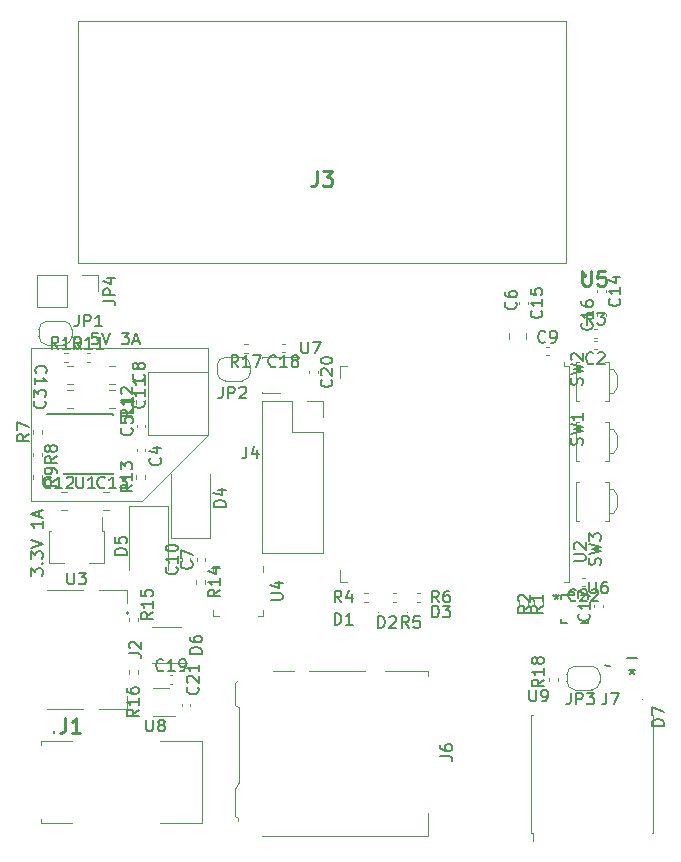
<source format=gbr>
%TF.GenerationSoftware,KiCad,Pcbnew,5.1.9*%
%TF.CreationDate,2021-03-07T20:19:58+01:00*%
%TF.ProjectId,obd32,6f626433-322e-46b6-9963-61645f706362,rev?*%
%TF.SameCoordinates,Original*%
%TF.FileFunction,Legend,Top*%
%TF.FilePolarity,Positive*%
%FSLAX46Y46*%
G04 Gerber Fmt 4.6, Leading zero omitted, Abs format (unit mm)*
G04 Created by KiCad (PCBNEW 5.1.9) date 2021-03-07 20:19:58*
%MOMM*%
%LPD*%
G01*
G04 APERTURE LIST*
%ADD10C,0.150000*%
%ADD11C,0.120000*%
%ADD12C,0.152400*%
%ADD13C,0.100000*%
%ADD14C,0.200000*%
%ADD15C,0.254000*%
G04 APERTURE END LIST*
D10*
X197064380Y-88359904D02*
X197064380Y-87740857D01*
X197445333Y-88074190D01*
X197445333Y-87931333D01*
X197492952Y-87836095D01*
X197540571Y-87788476D01*
X197635809Y-87740857D01*
X197873904Y-87740857D01*
X197969142Y-87788476D01*
X198016761Y-87836095D01*
X198064380Y-87931333D01*
X198064380Y-88217047D01*
X198016761Y-88312285D01*
X197969142Y-88359904D01*
X197969142Y-87312285D02*
X198016761Y-87264666D01*
X198064380Y-87312285D01*
X198016761Y-87359904D01*
X197969142Y-87312285D01*
X198064380Y-87312285D01*
X197064380Y-86931333D02*
X197064380Y-86312285D01*
X197445333Y-86645619D01*
X197445333Y-86502761D01*
X197492952Y-86407523D01*
X197540571Y-86359904D01*
X197635809Y-86312285D01*
X197873904Y-86312285D01*
X197969142Y-86359904D01*
X198016761Y-86407523D01*
X198064380Y-86502761D01*
X198064380Y-86788476D01*
X198016761Y-86883714D01*
X197969142Y-86931333D01*
X197064380Y-86026571D02*
X198064380Y-85693238D01*
X197064380Y-85359904D01*
X198064380Y-83740857D02*
X198064380Y-84312285D01*
X198064380Y-84026571D02*
X197064380Y-84026571D01*
X197207238Y-84121809D01*
X197302476Y-84217047D01*
X197350095Y-84312285D01*
X197778666Y-83359904D02*
X197778666Y-82883714D01*
X198064380Y-83455142D02*
X197064380Y-83121809D01*
X198064380Y-82788476D01*
D11*
X206502000Y-82042000D02*
X212090000Y-76454000D01*
X212090000Y-69088000D02*
X212090000Y-76454000D01*
D10*
X202739809Y-67778380D02*
X202263619Y-67778380D01*
X202216000Y-68254571D01*
X202263619Y-68206952D01*
X202358857Y-68159333D01*
X202596952Y-68159333D01*
X202692190Y-68206952D01*
X202739809Y-68254571D01*
X202787428Y-68349809D01*
X202787428Y-68587904D01*
X202739809Y-68683142D01*
X202692190Y-68730761D01*
X202596952Y-68778380D01*
X202358857Y-68778380D01*
X202263619Y-68730761D01*
X202216000Y-68683142D01*
X203073142Y-67778380D02*
X203406476Y-68778380D01*
X203739809Y-67778380D01*
X204739809Y-67778380D02*
X205358857Y-67778380D01*
X205025523Y-68159333D01*
X205168380Y-68159333D01*
X205263619Y-68206952D01*
X205311238Y-68254571D01*
X205358857Y-68349809D01*
X205358857Y-68587904D01*
X205311238Y-68683142D01*
X205263619Y-68730761D01*
X205168380Y-68778380D01*
X204882666Y-68778380D01*
X204787428Y-68730761D01*
X204739809Y-68683142D01*
X205739809Y-68492666D02*
X206216000Y-68492666D01*
X205644571Y-68778380D02*
X205977904Y-67778380D01*
X206311238Y-68778380D01*
D11*
X197104000Y-69088000D02*
X197104000Y-82042000D01*
X212090000Y-69088000D02*
X197104000Y-69088000D01*
X197104000Y-82042000D02*
X206502000Y-82042000D01*
%TO.C,J2*%
X205236000Y-99615000D02*
X202838500Y-99615000D01*
X201488500Y-99615000D02*
X198438500Y-99615000D01*
X205236000Y-89615000D02*
X202838500Y-89615000D01*
X201488500Y-89615000D02*
X198438500Y-89615000D01*
X205347803Y-91515000D02*
G75*
G03*
X205347803Y-91515000I-111803J0D01*
G01*
X205236000Y-89615000D02*
X205236000Y-90715000D01*
X205236000Y-98515000D02*
X205236000Y-99615000D01*
%TO.C,R13*%
X206755000Y-80163641D02*
X206755000Y-79856359D01*
X205995000Y-80163641D02*
X205995000Y-79856359D01*
%TO.C,R18*%
X240920000Y-97001359D02*
X240920000Y-97308641D01*
X241680000Y-97001359D02*
X241680000Y-97308641D01*
%TO.C,R17*%
X215418641Y-68708000D02*
X215111359Y-68708000D01*
X215418641Y-69468000D02*
X215111359Y-69468000D01*
%TO.C,R16*%
X205360000Y-96366359D02*
X205360000Y-96673641D01*
X206120000Y-96366359D02*
X206120000Y-96673641D01*
%TO.C,R15*%
X205360000Y-91921359D02*
X205360000Y-92228641D01*
X206120000Y-91921359D02*
X206120000Y-92228641D01*
%TO.C,R14*%
X211075000Y-88746359D02*
X211075000Y-89053641D01*
X211835000Y-88746359D02*
X211835000Y-89053641D01*
%TO.C,R12*%
X206755000Y-73813641D02*
X206755000Y-73506359D01*
X205995000Y-73813641D02*
X205995000Y-73506359D01*
%TO.C,R11*%
X201776359Y-69470000D02*
X202083641Y-69470000D01*
X201776359Y-70230000D02*
X202083641Y-70230000D01*
%TO.C,R10*%
X199871359Y-69470000D02*
X200178641Y-69470000D01*
X199871359Y-70230000D02*
X200178641Y-70230000D01*
%TO.C,R9*%
X197232000Y-79856359D02*
X197232000Y-80163641D01*
X197992000Y-79856359D02*
X197992000Y-80163641D01*
%TO.C,R8*%
X197232000Y-77951359D02*
X197232000Y-78258641D01*
X197992000Y-77951359D02*
X197992000Y-78258641D01*
%TO.C,R7*%
X197992000Y-76353641D02*
X197992000Y-76046359D01*
X197232000Y-76353641D02*
X197232000Y-76046359D01*
%TO.C,R6*%
X230023641Y-89790000D02*
X229716359Y-89790000D01*
X230023641Y-90550000D02*
X229716359Y-90550000D01*
%TO.C,R5*%
X227991641Y-89790000D02*
X227684359Y-89790000D01*
X227991641Y-90550000D02*
X227684359Y-90550000D01*
%TO.C,R4*%
X225578641Y-89790000D02*
X225271359Y-89790000D01*
X225578641Y-90550000D02*
X225271359Y-90550000D01*
%TO.C,R3*%
X244702359Y-68198000D02*
X245009641Y-68198000D01*
X244702359Y-67438000D02*
X245009641Y-67438000D01*
%TO.C,R2*%
X240410000Y-90897641D02*
X240410000Y-90590359D01*
X239650000Y-90897641D02*
X239650000Y-90590359D01*
%TO.C,R1*%
X238380000Y-90590359D02*
X238380000Y-90897641D01*
X239140000Y-90590359D02*
X239140000Y-90897641D01*
%TO.C,C22*%
X243947836Y-88540000D02*
X243732164Y-88540000D01*
X243947836Y-89260000D02*
X243732164Y-89260000D01*
%TO.C,C21*%
X210545000Y-99421836D02*
X210545000Y-99206164D01*
X209825000Y-99421836D02*
X209825000Y-99206164D01*
%TO.C,C20*%
X220620000Y-71012164D02*
X220620000Y-71227836D01*
X221340000Y-71012164D02*
X221340000Y-71227836D01*
%TO.C,C19*%
X208807164Y-97515000D02*
X209022836Y-97515000D01*
X208807164Y-96795000D02*
X209022836Y-96795000D01*
%TO.C,C18*%
X218547836Y-68728000D02*
X218332164Y-68728000D01*
X218547836Y-69448000D02*
X218332164Y-69448000D01*
%TO.C,C17*%
X245470000Y-91039836D02*
X245470000Y-90824164D01*
X244750000Y-91039836D02*
X244750000Y-90824164D01*
%TO.C,C16*%
X245724000Y-66401836D02*
X245724000Y-66186164D01*
X245004000Y-66401836D02*
X245004000Y-66186164D01*
%TO.C,C15*%
X238400000Y-65170164D02*
X238400000Y-65385836D01*
X239120000Y-65170164D02*
X239120000Y-65385836D01*
%TO.C,C14*%
X245004000Y-64154164D02*
X245004000Y-64369836D01*
X245724000Y-64154164D02*
X245724000Y-64369836D01*
%TO.C,C10*%
X210545000Y-87102836D02*
X210545000Y-86887164D01*
X209825000Y-87102836D02*
X209825000Y-86887164D01*
%TO.C,C9*%
X240684164Y-69702000D02*
X240899836Y-69702000D01*
X240684164Y-68982000D02*
X240899836Y-68982000D01*
%TO.C,C7*%
X211815000Y-87102836D02*
X211815000Y-86887164D01*
X211095000Y-87102836D02*
X211095000Y-86887164D01*
%TO.C,C2*%
X244963836Y-68474000D02*
X244748164Y-68474000D01*
X244963836Y-69194000D02*
X244748164Y-69194000D01*
D12*
%TO.C,U6*%
X241922300Y-92341700D02*
X242486059Y-92341700D01*
X244233700Y-92341700D02*
X244233700Y-92027941D01*
X244233700Y-90030300D02*
X243669941Y-90030300D01*
X241922300Y-90030300D02*
X241922300Y-90344059D01*
X241922300Y-92027941D02*
X241922300Y-92341700D01*
X243669941Y-92341700D02*
X244233700Y-92341700D01*
X244233700Y-90344059D02*
X244233700Y-90030300D01*
X242486059Y-90030300D02*
X241922300Y-90030300D01*
X242637500Y-90030300D02*
X242637500Y-89776300D01*
X242637500Y-89776300D02*
X243018501Y-89776300D01*
X243018501Y-89776300D02*
X243018501Y-90030300D01*
X243018501Y-90030300D02*
X242637500Y-90030300D01*
D11*
%TO.C,JP4*%
X197552000Y-62932000D02*
X197552000Y-65592000D01*
X200152000Y-62932000D02*
X197552000Y-62932000D01*
X200152000Y-65592000D02*
X197552000Y-65592000D01*
X200152000Y-62932000D02*
X200152000Y-65592000D01*
X201422000Y-62932000D02*
X202752000Y-62932000D01*
X202752000Y-62932000D02*
X202752000Y-64262000D01*
D13*
%TO.C,J3*%
X242362000Y-61885000D02*
X201062000Y-61885000D01*
X201062000Y-61885000D02*
X201062000Y-41385000D01*
X201062000Y-41385000D02*
X242362000Y-41385000D01*
X242362000Y-41385000D02*
X242362000Y-61885000D01*
D11*
%TO.C,JP3*%
X243140000Y-96028000D02*
X244540000Y-96028000D01*
X245240000Y-96728000D02*
X245240000Y-97328000D01*
X244540000Y-98028000D02*
X243140000Y-98028000D01*
X242440000Y-97328000D02*
X242440000Y-96728000D01*
X242440000Y-96728000D02*
G75*
G02*
X243140000Y-96028000I700000J0D01*
G01*
X243140000Y-98028000D02*
G75*
G02*
X242440000Y-97328000I0J700000D01*
G01*
X245240000Y-97328000D02*
G75*
G02*
X244540000Y-98028000I-700000J0D01*
G01*
X244540000Y-96028000D02*
G75*
G02*
X245240000Y-96728000I0J-700000D01*
G01*
D12*
%TO.C,J7*%
X248374060Y-95351500D02*
X247540940Y-95351500D01*
X246102729Y-96057855D02*
G75*
G03*
X245671500Y-95932281I-431229J-677645D01*
G01*
D11*
%TO.C,U9*%
X239592000Y-110806000D02*
X239592000Y-110116000D01*
X239442000Y-110116000D02*
X239592000Y-110116000D01*
X239442000Y-100196000D02*
X239592000Y-100196000D01*
X249612000Y-110116000D02*
X249762000Y-110116000D01*
X249612000Y-100196000D02*
X249762000Y-100196000D01*
X249762000Y-110116000D02*
X249762000Y-100196000D01*
X239442000Y-110116000D02*
X239442000Y-100196000D01*
%TO.C,J6*%
X230643000Y-108453000D02*
X230643000Y-110373000D01*
X230643000Y-110373000D02*
X216633000Y-110373000D01*
X230643000Y-96853000D02*
X230643000Y-96403000D01*
X230643000Y-96403000D02*
X227033000Y-96403000D01*
X214373000Y-108693000D02*
X214373000Y-106383000D01*
X214373000Y-97433000D02*
X214373000Y-99293000D01*
X214373000Y-97433000D02*
X214573000Y-97233000D01*
X225333000Y-96403000D02*
X220633000Y-96403000D01*
X219333000Y-96403000D02*
X217533000Y-96403000D01*
X214723000Y-99503000D02*
X214723000Y-105873000D01*
X214723000Y-99503000D02*
X214573000Y-99503000D01*
X214373000Y-99293000D02*
X214573000Y-99503000D01*
X214373000Y-108693000D02*
X214573000Y-108893000D01*
X214573000Y-108893000D02*
X214573000Y-109153000D01*
X214373000Y-106383000D02*
X214723000Y-105873000D01*
D13*
%TO.C,D7*%
X248872000Y-98806000D02*
G75*
G03*
X248872000Y-98806000I-50000J0D01*
G01*
D11*
%TO.C,U3*%
X199864000Y-87258000D02*
X198554000Y-87258000D01*
X198554000Y-87258000D02*
X198554000Y-84538000D01*
X203044000Y-83398000D02*
X203044000Y-84538000D01*
X203274000Y-87258000D02*
X201964000Y-87258000D01*
X203274000Y-84538000D02*
X203274000Y-87258000D01*
X203274000Y-84538000D02*
X203044000Y-84538000D01*
X198554000Y-84538000D02*
X198784000Y-84538000D01*
%TO.C,JP2*%
X212834000Y-71166000D02*
X212834000Y-70566000D01*
X214934000Y-71866000D02*
X213534000Y-71866000D01*
X215634000Y-70566000D02*
X215634000Y-71166000D01*
X213534000Y-69866000D02*
X214934000Y-69866000D01*
X212834000Y-70566000D02*
G75*
G02*
X213534000Y-69866000I700000J0D01*
G01*
X213534000Y-71866000D02*
G75*
G02*
X212834000Y-71166000I0J700000D01*
G01*
X215634000Y-71166000D02*
G75*
G02*
X214934000Y-71866000I-700000J0D01*
G01*
X214934000Y-69866000D02*
G75*
G02*
X215634000Y-70566000I0J-700000D01*
G01*
%TO.C,U2*%
X223825000Y-70620000D02*
X223205000Y-70620000D01*
X223205000Y-70620000D02*
X223205000Y-71620000D01*
X223825000Y-88860000D02*
X223205000Y-88860000D01*
X223205000Y-88860000D02*
X223205000Y-87860000D01*
X242645000Y-70620000D02*
X242645000Y-88860000D01*
X242645000Y-88860000D02*
X242225000Y-88860000D01*
X242645000Y-70620000D02*
X242225000Y-70620000D01*
X242225000Y-70620000D02*
X242225000Y-70240000D01*
%TO.C,J4*%
X216602000Y-73600000D02*
X219202000Y-73600000D01*
X216602000Y-73600000D02*
X216602000Y-86420000D01*
X216602000Y-86420000D02*
X221802000Y-86420000D01*
X221802000Y-76200000D02*
X221802000Y-86420000D01*
X219202000Y-76200000D02*
X221802000Y-76200000D01*
X219202000Y-73600000D02*
X219202000Y-76200000D01*
X221802000Y-73600000D02*
X221802000Y-74930000D01*
X220472000Y-73600000D02*
X221802000Y-73600000D01*
D13*
%TO.C,D3*%
X231010000Y-91440000D02*
G75*
G03*
X231010000Y-91440000I-50000J0D01*
G01*
D11*
%TO.C,SW3*%
X246002000Y-83692000D02*
X245702000Y-83692000D01*
X246002000Y-80392000D02*
X246002000Y-83692000D01*
X245702000Y-80392000D02*
X246002000Y-80392000D01*
X243202000Y-83692000D02*
X243502000Y-83692000D01*
X243502000Y-80392000D02*
X243202000Y-80392000D01*
X243202000Y-80392000D02*
X243202000Y-83692000D01*
X246322000Y-83042000D02*
X246002000Y-83042000D01*
X246702000Y-82542000D02*
X246322000Y-83042000D01*
X246702000Y-81542000D02*
X246702000Y-82542000D01*
X246322000Y-81042000D02*
X246002000Y-81042000D01*
X246702000Y-81542000D02*
X246322000Y-81042000D01*
%TO.C,C6*%
X238987000Y-68333252D02*
X238987000Y-67810748D01*
X237517000Y-68333252D02*
X237517000Y-67810748D01*
D13*
%TO.C,J1*%
X197908000Y-109334000D02*
X197908000Y-108934000D01*
X197908000Y-108934000D02*
X197908000Y-108934000D01*
X197908000Y-108934000D02*
X197908000Y-109334000D01*
X197908000Y-109334000D02*
X197908000Y-109334000D01*
X197908000Y-109334000D02*
X197908000Y-109334000D01*
X197908000Y-109334000D02*
X200518000Y-109334000D01*
X200518000Y-109334000D02*
X200518000Y-109334000D01*
X200518000Y-109334000D02*
X197908000Y-109334000D01*
X197908000Y-102684000D02*
X197908000Y-102334000D01*
X197908000Y-102334000D02*
X197908000Y-102334000D01*
X197908000Y-102334000D02*
X197908000Y-102684000D01*
X197908000Y-102684000D02*
X197908000Y-102684000D01*
X197908000Y-102334000D02*
X197908000Y-102334000D01*
X197908000Y-102334000D02*
X200518000Y-102334000D01*
X200518000Y-102334000D02*
X200518000Y-102334000D01*
X200518000Y-102334000D02*
X197908000Y-102334000D01*
X208018000Y-102334000D02*
X208018000Y-102334000D01*
X208018000Y-102334000D02*
X211588000Y-102334000D01*
X211588000Y-102334000D02*
X211588000Y-102334000D01*
X211588000Y-102334000D02*
X208018000Y-102334000D01*
X208018000Y-109334000D02*
X208018000Y-109334000D01*
X208018000Y-109334000D02*
X211588000Y-109334000D01*
X211588000Y-109334000D02*
X211588000Y-109334000D01*
X211588000Y-109334000D02*
X208018000Y-109334000D01*
X211588000Y-109334000D02*
X211588000Y-102334000D01*
X211588000Y-102334000D02*
X211588000Y-102334000D01*
X211588000Y-102334000D02*
X211588000Y-109334000D01*
X211588000Y-109334000D02*
X211588000Y-109334000D01*
D14*
X199018000Y-101684000D02*
X199018000Y-101684000D01*
X199018000Y-101584000D02*
X199018000Y-101584000D01*
X199018000Y-101684000D02*
X199018000Y-101684000D01*
X199018000Y-101584000D02*
G75*
G02*
X199018000Y-101684000I0J-50000D01*
G01*
X199018000Y-101684000D02*
G75*
G02*
X199018000Y-101584000I0J50000D01*
G01*
X199018000Y-101584000D02*
G75*
G02*
X199018000Y-101684000I0J-50000D01*
G01*
D11*
%TO.C,JP1*%
X200536000Y-67518000D02*
X200536000Y-68118000D01*
X198436000Y-66818000D02*
X199836000Y-66818000D01*
X197736000Y-68118000D02*
X197736000Y-67518000D01*
X199836000Y-68818000D02*
X198436000Y-68818000D01*
X200536000Y-68118000D02*
G75*
G02*
X199836000Y-68818000I-700000J0D01*
G01*
X199836000Y-66818000D02*
G75*
G02*
X200536000Y-67518000I0J-700000D01*
G01*
X197736000Y-67518000D02*
G75*
G02*
X198436000Y-66818000I700000J0D01*
G01*
X198436000Y-68818000D02*
G75*
G02*
X197736000Y-68118000I0J700000D01*
G01*
%TO.C,D6*%
X209734000Y-92684000D02*
X207334000Y-92684000D01*
X207334000Y-95784000D02*
X210284000Y-95784000D01*
%TO.C,U4*%
X216740000Y-91297000D02*
X216740000Y-91772000D01*
X216740000Y-91772000D02*
X216265000Y-91772000D01*
X212520000Y-88027000D02*
X212520000Y-87552000D01*
X212520000Y-87552000D02*
X212995000Y-87552000D01*
X212520000Y-91297000D02*
X212520000Y-91772000D01*
X212520000Y-91772000D02*
X212995000Y-91772000D01*
X216740000Y-88027000D02*
X216740000Y-87552000D01*
%TO.C,C5*%
X206015000Y-75799836D02*
X206015000Y-75584164D01*
X206735000Y-75799836D02*
X206735000Y-75584164D01*
%TO.C,C12*%
X199636748Y-81307000D02*
X200159252Y-81307000D01*
X199636748Y-82777000D02*
X200159252Y-82777000D01*
D13*
%TO.C,D2*%
X228978000Y-91440000D02*
G75*
G03*
X228978000Y-91440000I-50000J0D01*
G01*
%TO.C,D1*%
X226565000Y-91440000D02*
G75*
G03*
X226565000Y-91440000I-50000J0D01*
G01*
D11*
%TO.C,SW1*%
X246702000Y-76462000D02*
X246322000Y-75962000D01*
X246322000Y-75962000D02*
X246002000Y-75962000D01*
X246702000Y-76462000D02*
X246702000Y-77462000D01*
X246702000Y-77462000D02*
X246322000Y-77962000D01*
X246322000Y-77962000D02*
X246002000Y-77962000D01*
X243202000Y-75312000D02*
X243202000Y-78612000D01*
X243502000Y-75312000D02*
X243202000Y-75312000D01*
X243202000Y-78612000D02*
X243502000Y-78612000D01*
X245702000Y-75312000D02*
X246002000Y-75312000D01*
X246002000Y-75312000D02*
X246002000Y-78612000D01*
X246002000Y-78612000D02*
X245702000Y-78612000D01*
%TO.C,D4*%
X208916000Y-85188000D02*
X208916000Y-79788000D01*
X212216000Y-85188000D02*
X212216000Y-79788000D01*
X208916000Y-85188000D02*
X212216000Y-85188000D01*
D10*
%TO.C,U1*%
X199855000Y-74691000D02*
X198455000Y-74691000D01*
X199855000Y-79791000D02*
X204005000Y-79791000D01*
X199855000Y-74641000D02*
X204005000Y-74641000D01*
X199855000Y-79791000D02*
X199855000Y-79646000D01*
X204005000Y-79791000D02*
X204005000Y-79646000D01*
X204005000Y-74641000D02*
X204005000Y-74786000D01*
X199855000Y-74641000D02*
X199855000Y-74691000D01*
D11*
%TO.C,L1*%
X212090000Y-71120000D02*
X206990000Y-71120000D01*
X212090000Y-71120000D02*
X212090000Y-76420000D01*
X206990000Y-71120000D02*
X206990000Y-76420000D01*
X206990000Y-76420000D02*
X212090000Y-76420000D01*
%TO.C,C4*%
X206015000Y-77616164D02*
X206015000Y-77831836D01*
X206735000Y-77616164D02*
X206735000Y-77831836D01*
%TO.C,SW2*%
X246002000Y-73532000D02*
X245702000Y-73532000D01*
X246002000Y-70232000D02*
X246002000Y-73532000D01*
X245702000Y-70232000D02*
X246002000Y-70232000D01*
X243202000Y-73532000D02*
X243502000Y-73532000D01*
X243502000Y-70232000D02*
X243202000Y-70232000D01*
X243202000Y-70232000D02*
X243202000Y-73532000D01*
X246322000Y-72882000D02*
X246002000Y-72882000D01*
X246702000Y-72382000D02*
X246322000Y-72882000D01*
X246702000Y-71382000D02*
X246702000Y-72382000D01*
X246322000Y-70882000D02*
X246002000Y-70882000D01*
X246702000Y-71382000D02*
X246322000Y-70882000D01*
%TO.C,U8*%
X207392000Y-100220000D02*
X209292000Y-100220000D01*
X208792000Y-97900000D02*
X207392000Y-97900000D01*
D15*
%TO.C,U5*%
X244060000Y-62928000D02*
G75*
G03*
X244060000Y-62928000I-125000J0D01*
G01*
D11*
%TO.C,U7*%
X216626000Y-69814000D02*
X216626000Y-69964000D01*
X219746000Y-69814000D02*
X216626000Y-69814000D01*
X218186000Y-72934000D02*
X216626000Y-72934000D01*
X219746000Y-69814000D02*
X219746000Y-69964000D01*
X216626000Y-72934000D02*
X216626000Y-72784000D01*
%TO.C,D5*%
X208660000Y-82452000D02*
X205360000Y-82452000D01*
X205360000Y-82452000D02*
X205360000Y-87852000D01*
X208660000Y-82452000D02*
X208660000Y-87852000D01*
%TO.C,C13*%
X203715252Y-82777000D02*
X203192748Y-82777000D01*
X203715252Y-81307000D02*
X203192748Y-81307000D01*
%TO.C,C11*%
X204223252Y-74141000D02*
X203700748Y-74141000D01*
X204223252Y-72671000D02*
X203700748Y-72671000D01*
%TO.C,C8*%
X204223252Y-72109000D02*
X203700748Y-72109000D01*
X204223252Y-70639000D02*
X203700748Y-70639000D01*
%TO.C,C3*%
X200667252Y-74141000D02*
X200144748Y-74141000D01*
X200667252Y-72671000D02*
X200144748Y-72671000D01*
%TO.C,C1*%
X200144748Y-70639000D02*
X200667252Y-70639000D01*
X200144748Y-72109000D02*
X200667252Y-72109000D01*
%TO.C,J2*%
D10*
X205390880Y-94948333D02*
X206105166Y-94948333D01*
X206248023Y-94995952D01*
X206343261Y-95091190D01*
X206390880Y-95234047D01*
X206390880Y-95329285D01*
X205486119Y-94519761D02*
X205438500Y-94472142D01*
X205390880Y-94376904D01*
X205390880Y-94138809D01*
X205438500Y-94043571D01*
X205486119Y-93995952D01*
X205581357Y-93948333D01*
X205676595Y-93948333D01*
X205819452Y-93995952D01*
X206390880Y-94567380D01*
X206390880Y-93948333D01*
%TO.C,R13*%
X205657380Y-80652857D02*
X205181190Y-80986190D01*
X205657380Y-81224285D02*
X204657380Y-81224285D01*
X204657380Y-80843333D01*
X204705000Y-80748095D01*
X204752619Y-80700476D01*
X204847857Y-80652857D01*
X204990714Y-80652857D01*
X205085952Y-80700476D01*
X205133571Y-80748095D01*
X205181190Y-80843333D01*
X205181190Y-81224285D01*
X205657380Y-79700476D02*
X205657380Y-80271904D01*
X205657380Y-79986190D02*
X204657380Y-79986190D01*
X204800238Y-80081428D01*
X204895476Y-80176666D01*
X204943095Y-80271904D01*
X204657380Y-79367142D02*
X204657380Y-78748095D01*
X205038333Y-79081428D01*
X205038333Y-78938571D01*
X205085952Y-78843333D01*
X205133571Y-78795714D01*
X205228809Y-78748095D01*
X205466904Y-78748095D01*
X205562142Y-78795714D01*
X205609761Y-78843333D01*
X205657380Y-78938571D01*
X205657380Y-79224285D01*
X205609761Y-79319523D01*
X205562142Y-79367142D01*
%TO.C,R18*%
X240482380Y-97162857D02*
X240006190Y-97496190D01*
X240482380Y-97734285D02*
X239482380Y-97734285D01*
X239482380Y-97353333D01*
X239530000Y-97258095D01*
X239577619Y-97210476D01*
X239672857Y-97162857D01*
X239815714Y-97162857D01*
X239910952Y-97210476D01*
X239958571Y-97258095D01*
X240006190Y-97353333D01*
X240006190Y-97734285D01*
X240482380Y-96210476D02*
X240482380Y-96781904D01*
X240482380Y-96496190D02*
X239482380Y-96496190D01*
X239625238Y-96591428D01*
X239720476Y-96686666D01*
X239768095Y-96781904D01*
X239910952Y-95639047D02*
X239863333Y-95734285D01*
X239815714Y-95781904D01*
X239720476Y-95829523D01*
X239672857Y-95829523D01*
X239577619Y-95781904D01*
X239530000Y-95734285D01*
X239482380Y-95639047D01*
X239482380Y-95448571D01*
X239530000Y-95353333D01*
X239577619Y-95305714D01*
X239672857Y-95258095D01*
X239720476Y-95258095D01*
X239815714Y-95305714D01*
X239863333Y-95353333D01*
X239910952Y-95448571D01*
X239910952Y-95639047D01*
X239958571Y-95734285D01*
X240006190Y-95781904D01*
X240101428Y-95829523D01*
X240291904Y-95829523D01*
X240387142Y-95781904D01*
X240434761Y-95734285D01*
X240482380Y-95639047D01*
X240482380Y-95448571D01*
X240434761Y-95353333D01*
X240387142Y-95305714D01*
X240291904Y-95258095D01*
X240101428Y-95258095D01*
X240006190Y-95305714D01*
X239958571Y-95353333D01*
X239910952Y-95448571D01*
%TO.C,R17*%
X214622142Y-70710380D02*
X214288809Y-70234190D01*
X214050714Y-70710380D02*
X214050714Y-69710380D01*
X214431666Y-69710380D01*
X214526904Y-69758000D01*
X214574523Y-69805619D01*
X214622142Y-69900857D01*
X214622142Y-70043714D01*
X214574523Y-70138952D01*
X214526904Y-70186571D01*
X214431666Y-70234190D01*
X214050714Y-70234190D01*
X215574523Y-70710380D02*
X215003095Y-70710380D01*
X215288809Y-70710380D02*
X215288809Y-69710380D01*
X215193571Y-69853238D01*
X215098333Y-69948476D01*
X215003095Y-69996095D01*
X215907857Y-69710380D02*
X216574523Y-69710380D01*
X216145952Y-70710380D01*
%TO.C,R16*%
X206192380Y-99702857D02*
X205716190Y-100036190D01*
X206192380Y-100274285D02*
X205192380Y-100274285D01*
X205192380Y-99893333D01*
X205240000Y-99798095D01*
X205287619Y-99750476D01*
X205382857Y-99702857D01*
X205525714Y-99702857D01*
X205620952Y-99750476D01*
X205668571Y-99798095D01*
X205716190Y-99893333D01*
X205716190Y-100274285D01*
X206192380Y-98750476D02*
X206192380Y-99321904D01*
X206192380Y-99036190D02*
X205192380Y-99036190D01*
X205335238Y-99131428D01*
X205430476Y-99226666D01*
X205478095Y-99321904D01*
X205192380Y-97893333D02*
X205192380Y-98083809D01*
X205240000Y-98179047D01*
X205287619Y-98226666D01*
X205430476Y-98321904D01*
X205620952Y-98369523D01*
X206001904Y-98369523D01*
X206097142Y-98321904D01*
X206144761Y-98274285D01*
X206192380Y-98179047D01*
X206192380Y-97988571D01*
X206144761Y-97893333D01*
X206097142Y-97845714D01*
X206001904Y-97798095D01*
X205763809Y-97798095D01*
X205668571Y-97845714D01*
X205620952Y-97893333D01*
X205573333Y-97988571D01*
X205573333Y-98179047D01*
X205620952Y-98274285D01*
X205668571Y-98321904D01*
X205763809Y-98369523D01*
%TO.C,R15*%
X207362380Y-91447857D02*
X206886190Y-91781190D01*
X207362380Y-92019285D02*
X206362380Y-92019285D01*
X206362380Y-91638333D01*
X206410000Y-91543095D01*
X206457619Y-91495476D01*
X206552857Y-91447857D01*
X206695714Y-91447857D01*
X206790952Y-91495476D01*
X206838571Y-91543095D01*
X206886190Y-91638333D01*
X206886190Y-92019285D01*
X207362380Y-90495476D02*
X207362380Y-91066904D01*
X207362380Y-90781190D02*
X206362380Y-90781190D01*
X206505238Y-90876428D01*
X206600476Y-90971666D01*
X206648095Y-91066904D01*
X206362380Y-89590714D02*
X206362380Y-90066904D01*
X206838571Y-90114523D01*
X206790952Y-90066904D01*
X206743333Y-89971666D01*
X206743333Y-89733571D01*
X206790952Y-89638333D01*
X206838571Y-89590714D01*
X206933809Y-89543095D01*
X207171904Y-89543095D01*
X207267142Y-89590714D01*
X207314761Y-89638333D01*
X207362380Y-89733571D01*
X207362380Y-89971666D01*
X207314761Y-90066904D01*
X207267142Y-90114523D01*
%TO.C,R14*%
X213077380Y-89542857D02*
X212601190Y-89876190D01*
X213077380Y-90114285D02*
X212077380Y-90114285D01*
X212077380Y-89733333D01*
X212125000Y-89638095D01*
X212172619Y-89590476D01*
X212267857Y-89542857D01*
X212410714Y-89542857D01*
X212505952Y-89590476D01*
X212553571Y-89638095D01*
X212601190Y-89733333D01*
X212601190Y-90114285D01*
X213077380Y-88590476D02*
X213077380Y-89161904D01*
X213077380Y-88876190D02*
X212077380Y-88876190D01*
X212220238Y-88971428D01*
X212315476Y-89066666D01*
X212363095Y-89161904D01*
X212410714Y-87733333D02*
X213077380Y-87733333D01*
X212029761Y-87971428D02*
X212744047Y-88209523D01*
X212744047Y-87590476D01*
%TO.C,R12*%
X205657380Y-74302857D02*
X205181190Y-74636190D01*
X205657380Y-74874285D02*
X204657380Y-74874285D01*
X204657380Y-74493333D01*
X204705000Y-74398095D01*
X204752619Y-74350476D01*
X204847857Y-74302857D01*
X204990714Y-74302857D01*
X205085952Y-74350476D01*
X205133571Y-74398095D01*
X205181190Y-74493333D01*
X205181190Y-74874285D01*
X205657380Y-73350476D02*
X205657380Y-73921904D01*
X205657380Y-73636190D02*
X204657380Y-73636190D01*
X204800238Y-73731428D01*
X204895476Y-73826666D01*
X204943095Y-73921904D01*
X204752619Y-72969523D02*
X204705000Y-72921904D01*
X204657380Y-72826666D01*
X204657380Y-72588571D01*
X204705000Y-72493333D01*
X204752619Y-72445714D01*
X204847857Y-72398095D01*
X204943095Y-72398095D01*
X205085952Y-72445714D01*
X205657380Y-73017142D01*
X205657380Y-72398095D01*
%TO.C,R11*%
X201287142Y-69132380D02*
X200953809Y-68656190D01*
X200715714Y-69132380D02*
X200715714Y-68132380D01*
X201096666Y-68132380D01*
X201191904Y-68180000D01*
X201239523Y-68227619D01*
X201287142Y-68322857D01*
X201287142Y-68465714D01*
X201239523Y-68560952D01*
X201191904Y-68608571D01*
X201096666Y-68656190D01*
X200715714Y-68656190D01*
X202239523Y-69132380D02*
X201668095Y-69132380D01*
X201953809Y-69132380D02*
X201953809Y-68132380D01*
X201858571Y-68275238D01*
X201763333Y-68370476D01*
X201668095Y-68418095D01*
X203191904Y-69132380D02*
X202620476Y-69132380D01*
X202906190Y-69132380D02*
X202906190Y-68132380D01*
X202810952Y-68275238D01*
X202715714Y-68370476D01*
X202620476Y-68418095D01*
%TO.C,R10*%
X199382142Y-69132380D02*
X199048809Y-68656190D01*
X198810714Y-69132380D02*
X198810714Y-68132380D01*
X199191666Y-68132380D01*
X199286904Y-68180000D01*
X199334523Y-68227619D01*
X199382142Y-68322857D01*
X199382142Y-68465714D01*
X199334523Y-68560952D01*
X199286904Y-68608571D01*
X199191666Y-68656190D01*
X198810714Y-68656190D01*
X200334523Y-69132380D02*
X199763095Y-69132380D01*
X200048809Y-69132380D02*
X200048809Y-68132380D01*
X199953571Y-68275238D01*
X199858333Y-68370476D01*
X199763095Y-68418095D01*
X200953571Y-68132380D02*
X201048809Y-68132380D01*
X201144047Y-68180000D01*
X201191666Y-68227619D01*
X201239285Y-68322857D01*
X201286904Y-68513333D01*
X201286904Y-68751428D01*
X201239285Y-68941904D01*
X201191666Y-69037142D01*
X201144047Y-69084761D01*
X201048809Y-69132380D01*
X200953571Y-69132380D01*
X200858333Y-69084761D01*
X200810714Y-69037142D01*
X200763095Y-68941904D01*
X200715476Y-68751428D01*
X200715476Y-68513333D01*
X200763095Y-68322857D01*
X200810714Y-68227619D01*
X200858333Y-68180000D01*
X200953571Y-68132380D01*
%TO.C,R9*%
X199234380Y-80176666D02*
X198758190Y-80510000D01*
X199234380Y-80748095D02*
X198234380Y-80748095D01*
X198234380Y-80367142D01*
X198282000Y-80271904D01*
X198329619Y-80224285D01*
X198424857Y-80176666D01*
X198567714Y-80176666D01*
X198662952Y-80224285D01*
X198710571Y-80271904D01*
X198758190Y-80367142D01*
X198758190Y-80748095D01*
X199234380Y-79700476D02*
X199234380Y-79510000D01*
X199186761Y-79414761D01*
X199139142Y-79367142D01*
X198996285Y-79271904D01*
X198805809Y-79224285D01*
X198424857Y-79224285D01*
X198329619Y-79271904D01*
X198282000Y-79319523D01*
X198234380Y-79414761D01*
X198234380Y-79605238D01*
X198282000Y-79700476D01*
X198329619Y-79748095D01*
X198424857Y-79795714D01*
X198662952Y-79795714D01*
X198758190Y-79748095D01*
X198805809Y-79700476D01*
X198853428Y-79605238D01*
X198853428Y-79414761D01*
X198805809Y-79319523D01*
X198758190Y-79271904D01*
X198662952Y-79224285D01*
%TO.C,R8*%
X199234380Y-78271666D02*
X198758190Y-78605000D01*
X199234380Y-78843095D02*
X198234380Y-78843095D01*
X198234380Y-78462142D01*
X198282000Y-78366904D01*
X198329619Y-78319285D01*
X198424857Y-78271666D01*
X198567714Y-78271666D01*
X198662952Y-78319285D01*
X198710571Y-78366904D01*
X198758190Y-78462142D01*
X198758190Y-78843095D01*
X198662952Y-77700238D02*
X198615333Y-77795476D01*
X198567714Y-77843095D01*
X198472476Y-77890714D01*
X198424857Y-77890714D01*
X198329619Y-77843095D01*
X198282000Y-77795476D01*
X198234380Y-77700238D01*
X198234380Y-77509761D01*
X198282000Y-77414523D01*
X198329619Y-77366904D01*
X198424857Y-77319285D01*
X198472476Y-77319285D01*
X198567714Y-77366904D01*
X198615333Y-77414523D01*
X198662952Y-77509761D01*
X198662952Y-77700238D01*
X198710571Y-77795476D01*
X198758190Y-77843095D01*
X198853428Y-77890714D01*
X199043904Y-77890714D01*
X199139142Y-77843095D01*
X199186761Y-77795476D01*
X199234380Y-77700238D01*
X199234380Y-77509761D01*
X199186761Y-77414523D01*
X199139142Y-77366904D01*
X199043904Y-77319285D01*
X198853428Y-77319285D01*
X198758190Y-77366904D01*
X198710571Y-77414523D01*
X198662952Y-77509761D01*
%TO.C,R7*%
X196894380Y-76366666D02*
X196418190Y-76700000D01*
X196894380Y-76938095D02*
X195894380Y-76938095D01*
X195894380Y-76557142D01*
X195942000Y-76461904D01*
X195989619Y-76414285D01*
X196084857Y-76366666D01*
X196227714Y-76366666D01*
X196322952Y-76414285D01*
X196370571Y-76461904D01*
X196418190Y-76557142D01*
X196418190Y-76938095D01*
X195894380Y-76033333D02*
X195894380Y-75366666D01*
X196894380Y-75795238D01*
%TO.C,R6*%
X231608333Y-90622380D02*
X231275000Y-90146190D01*
X231036904Y-90622380D02*
X231036904Y-89622380D01*
X231417857Y-89622380D01*
X231513095Y-89670000D01*
X231560714Y-89717619D01*
X231608333Y-89812857D01*
X231608333Y-89955714D01*
X231560714Y-90050952D01*
X231513095Y-90098571D01*
X231417857Y-90146190D01*
X231036904Y-90146190D01*
X232465476Y-89622380D02*
X232275000Y-89622380D01*
X232179761Y-89670000D01*
X232132142Y-89717619D01*
X232036904Y-89860476D01*
X231989285Y-90050952D01*
X231989285Y-90431904D01*
X232036904Y-90527142D01*
X232084523Y-90574761D01*
X232179761Y-90622380D01*
X232370238Y-90622380D01*
X232465476Y-90574761D01*
X232513095Y-90527142D01*
X232560714Y-90431904D01*
X232560714Y-90193809D01*
X232513095Y-90098571D01*
X232465476Y-90050952D01*
X232370238Y-90003333D01*
X232179761Y-90003333D01*
X232084523Y-90050952D01*
X232036904Y-90098571D01*
X231989285Y-90193809D01*
%TO.C,R5*%
X229068333Y-92781380D02*
X228735000Y-92305190D01*
X228496904Y-92781380D02*
X228496904Y-91781380D01*
X228877857Y-91781380D01*
X228973095Y-91829000D01*
X229020714Y-91876619D01*
X229068333Y-91971857D01*
X229068333Y-92114714D01*
X229020714Y-92209952D01*
X228973095Y-92257571D01*
X228877857Y-92305190D01*
X228496904Y-92305190D01*
X229973095Y-91781380D02*
X229496904Y-91781380D01*
X229449285Y-92257571D01*
X229496904Y-92209952D01*
X229592142Y-92162333D01*
X229830238Y-92162333D01*
X229925476Y-92209952D01*
X229973095Y-92257571D01*
X230020714Y-92352809D01*
X230020714Y-92590904D01*
X229973095Y-92686142D01*
X229925476Y-92733761D01*
X229830238Y-92781380D01*
X229592142Y-92781380D01*
X229496904Y-92733761D01*
X229449285Y-92686142D01*
%TO.C,R4*%
X223353333Y-90622380D02*
X223020000Y-90146190D01*
X222781904Y-90622380D02*
X222781904Y-89622380D01*
X223162857Y-89622380D01*
X223258095Y-89670000D01*
X223305714Y-89717619D01*
X223353333Y-89812857D01*
X223353333Y-89955714D01*
X223305714Y-90050952D01*
X223258095Y-90098571D01*
X223162857Y-90146190D01*
X222781904Y-90146190D01*
X224210476Y-89955714D02*
X224210476Y-90622380D01*
X223972380Y-89574761D02*
X223734285Y-90289047D01*
X224353333Y-90289047D01*
%TO.C,R3*%
X244689333Y-67100380D02*
X244356000Y-66624190D01*
X244117904Y-67100380D02*
X244117904Y-66100380D01*
X244498857Y-66100380D01*
X244594095Y-66148000D01*
X244641714Y-66195619D01*
X244689333Y-66290857D01*
X244689333Y-66433714D01*
X244641714Y-66528952D01*
X244594095Y-66576571D01*
X244498857Y-66624190D01*
X244117904Y-66624190D01*
X245022666Y-66100380D02*
X245641714Y-66100380D01*
X245308380Y-66481333D01*
X245451238Y-66481333D01*
X245546476Y-66528952D01*
X245594095Y-66576571D01*
X245641714Y-66671809D01*
X245641714Y-66909904D01*
X245594095Y-67005142D01*
X245546476Y-67052761D01*
X245451238Y-67100380D01*
X245165523Y-67100380D01*
X245070285Y-67052761D01*
X245022666Y-67005142D01*
%TO.C,R2*%
X239312380Y-90910666D02*
X238836190Y-91244000D01*
X239312380Y-91482095D02*
X238312380Y-91482095D01*
X238312380Y-91101142D01*
X238360000Y-91005904D01*
X238407619Y-90958285D01*
X238502857Y-90910666D01*
X238645714Y-90910666D01*
X238740952Y-90958285D01*
X238788571Y-91005904D01*
X238836190Y-91101142D01*
X238836190Y-91482095D01*
X238407619Y-90529714D02*
X238360000Y-90482095D01*
X238312380Y-90386857D01*
X238312380Y-90148761D01*
X238360000Y-90053523D01*
X238407619Y-90005904D01*
X238502857Y-89958285D01*
X238598095Y-89958285D01*
X238740952Y-90005904D01*
X239312380Y-90577333D01*
X239312380Y-89958285D01*
%TO.C,R1*%
X240382380Y-90910666D02*
X239906190Y-91244000D01*
X240382380Y-91482095D02*
X239382380Y-91482095D01*
X239382380Y-91101142D01*
X239430000Y-91005904D01*
X239477619Y-90958285D01*
X239572857Y-90910666D01*
X239715714Y-90910666D01*
X239810952Y-90958285D01*
X239858571Y-91005904D01*
X239906190Y-91101142D01*
X239906190Y-91482095D01*
X240382380Y-89958285D02*
X240382380Y-90529714D01*
X240382380Y-90244000D02*
X239382380Y-90244000D01*
X239525238Y-90339238D01*
X239620476Y-90434476D01*
X239668095Y-90529714D01*
%TO.C,C22*%
X243197142Y-90417142D02*
X243149523Y-90464761D01*
X243006666Y-90512380D01*
X242911428Y-90512380D01*
X242768571Y-90464761D01*
X242673333Y-90369523D01*
X242625714Y-90274285D01*
X242578095Y-90083809D01*
X242578095Y-89940952D01*
X242625714Y-89750476D01*
X242673333Y-89655238D01*
X242768571Y-89560000D01*
X242911428Y-89512380D01*
X243006666Y-89512380D01*
X243149523Y-89560000D01*
X243197142Y-89607619D01*
X243578095Y-89607619D02*
X243625714Y-89560000D01*
X243720952Y-89512380D01*
X243959047Y-89512380D01*
X244054285Y-89560000D01*
X244101904Y-89607619D01*
X244149523Y-89702857D01*
X244149523Y-89798095D01*
X244101904Y-89940952D01*
X243530476Y-90512380D01*
X244149523Y-90512380D01*
X244530476Y-89607619D02*
X244578095Y-89560000D01*
X244673333Y-89512380D01*
X244911428Y-89512380D01*
X245006666Y-89560000D01*
X245054285Y-89607619D01*
X245101904Y-89702857D01*
X245101904Y-89798095D01*
X245054285Y-89940952D01*
X244482857Y-90512380D01*
X245101904Y-90512380D01*
%TO.C,C21*%
X211177142Y-97797857D02*
X211224761Y-97845476D01*
X211272380Y-97988333D01*
X211272380Y-98083571D01*
X211224761Y-98226428D01*
X211129523Y-98321666D01*
X211034285Y-98369285D01*
X210843809Y-98416904D01*
X210700952Y-98416904D01*
X210510476Y-98369285D01*
X210415238Y-98321666D01*
X210320000Y-98226428D01*
X210272380Y-98083571D01*
X210272380Y-97988333D01*
X210320000Y-97845476D01*
X210367619Y-97797857D01*
X210367619Y-97416904D02*
X210320000Y-97369285D01*
X210272380Y-97274047D01*
X210272380Y-97035952D01*
X210320000Y-96940714D01*
X210367619Y-96893095D01*
X210462857Y-96845476D01*
X210558095Y-96845476D01*
X210700952Y-96893095D01*
X211272380Y-97464523D01*
X211272380Y-96845476D01*
X211272380Y-95893095D02*
X211272380Y-96464523D01*
X211272380Y-96178809D02*
X210272380Y-96178809D01*
X210415238Y-96274047D01*
X210510476Y-96369285D01*
X210558095Y-96464523D01*
%TO.C,C20*%
X222497142Y-71762857D02*
X222544761Y-71810476D01*
X222592380Y-71953333D01*
X222592380Y-72048571D01*
X222544761Y-72191428D01*
X222449523Y-72286666D01*
X222354285Y-72334285D01*
X222163809Y-72381904D01*
X222020952Y-72381904D01*
X221830476Y-72334285D01*
X221735238Y-72286666D01*
X221640000Y-72191428D01*
X221592380Y-72048571D01*
X221592380Y-71953333D01*
X221640000Y-71810476D01*
X221687619Y-71762857D01*
X221687619Y-71381904D02*
X221640000Y-71334285D01*
X221592380Y-71239047D01*
X221592380Y-71000952D01*
X221640000Y-70905714D01*
X221687619Y-70858095D01*
X221782857Y-70810476D01*
X221878095Y-70810476D01*
X222020952Y-70858095D01*
X222592380Y-71429523D01*
X222592380Y-70810476D01*
X221592380Y-70191428D02*
X221592380Y-70096190D01*
X221640000Y-70000952D01*
X221687619Y-69953333D01*
X221782857Y-69905714D01*
X221973333Y-69858095D01*
X222211428Y-69858095D01*
X222401904Y-69905714D01*
X222497142Y-69953333D01*
X222544761Y-70000952D01*
X222592380Y-70096190D01*
X222592380Y-70191428D01*
X222544761Y-70286666D01*
X222497142Y-70334285D01*
X222401904Y-70381904D01*
X222211428Y-70429523D01*
X221973333Y-70429523D01*
X221782857Y-70381904D01*
X221687619Y-70334285D01*
X221640000Y-70286666D01*
X221592380Y-70191428D01*
%TO.C,C19*%
X208272142Y-96352142D02*
X208224523Y-96399761D01*
X208081666Y-96447380D01*
X207986428Y-96447380D01*
X207843571Y-96399761D01*
X207748333Y-96304523D01*
X207700714Y-96209285D01*
X207653095Y-96018809D01*
X207653095Y-95875952D01*
X207700714Y-95685476D01*
X207748333Y-95590238D01*
X207843571Y-95495000D01*
X207986428Y-95447380D01*
X208081666Y-95447380D01*
X208224523Y-95495000D01*
X208272142Y-95542619D01*
X209224523Y-96447380D02*
X208653095Y-96447380D01*
X208938809Y-96447380D02*
X208938809Y-95447380D01*
X208843571Y-95590238D01*
X208748333Y-95685476D01*
X208653095Y-95733095D01*
X209700714Y-96447380D02*
X209891190Y-96447380D01*
X209986428Y-96399761D01*
X210034047Y-96352142D01*
X210129285Y-96209285D01*
X210176904Y-96018809D01*
X210176904Y-95637857D01*
X210129285Y-95542619D01*
X210081666Y-95495000D01*
X209986428Y-95447380D01*
X209795952Y-95447380D01*
X209700714Y-95495000D01*
X209653095Y-95542619D01*
X209605476Y-95637857D01*
X209605476Y-95875952D01*
X209653095Y-95971190D01*
X209700714Y-96018809D01*
X209795952Y-96066428D01*
X209986428Y-96066428D01*
X210081666Y-96018809D01*
X210129285Y-95971190D01*
X210176904Y-95875952D01*
%TO.C,C18*%
X217797142Y-70605142D02*
X217749523Y-70652761D01*
X217606666Y-70700380D01*
X217511428Y-70700380D01*
X217368571Y-70652761D01*
X217273333Y-70557523D01*
X217225714Y-70462285D01*
X217178095Y-70271809D01*
X217178095Y-70128952D01*
X217225714Y-69938476D01*
X217273333Y-69843238D01*
X217368571Y-69748000D01*
X217511428Y-69700380D01*
X217606666Y-69700380D01*
X217749523Y-69748000D01*
X217797142Y-69795619D01*
X218749523Y-70700380D02*
X218178095Y-70700380D01*
X218463809Y-70700380D02*
X218463809Y-69700380D01*
X218368571Y-69843238D01*
X218273333Y-69938476D01*
X218178095Y-69986095D01*
X219320952Y-70128952D02*
X219225714Y-70081333D01*
X219178095Y-70033714D01*
X219130476Y-69938476D01*
X219130476Y-69890857D01*
X219178095Y-69795619D01*
X219225714Y-69748000D01*
X219320952Y-69700380D01*
X219511428Y-69700380D01*
X219606666Y-69748000D01*
X219654285Y-69795619D01*
X219701904Y-69890857D01*
X219701904Y-69938476D01*
X219654285Y-70033714D01*
X219606666Y-70081333D01*
X219511428Y-70128952D01*
X219320952Y-70128952D01*
X219225714Y-70176571D01*
X219178095Y-70224190D01*
X219130476Y-70319428D01*
X219130476Y-70509904D01*
X219178095Y-70605142D01*
X219225714Y-70652761D01*
X219320952Y-70700380D01*
X219511428Y-70700380D01*
X219606666Y-70652761D01*
X219654285Y-70605142D01*
X219701904Y-70509904D01*
X219701904Y-70319428D01*
X219654285Y-70224190D01*
X219606666Y-70176571D01*
X219511428Y-70128952D01*
%TO.C,C17*%
X244307142Y-91574857D02*
X244354761Y-91622476D01*
X244402380Y-91765333D01*
X244402380Y-91860571D01*
X244354761Y-92003428D01*
X244259523Y-92098666D01*
X244164285Y-92146285D01*
X243973809Y-92193904D01*
X243830952Y-92193904D01*
X243640476Y-92146285D01*
X243545238Y-92098666D01*
X243450000Y-92003428D01*
X243402380Y-91860571D01*
X243402380Y-91765333D01*
X243450000Y-91622476D01*
X243497619Y-91574857D01*
X244402380Y-90622476D02*
X244402380Y-91193904D01*
X244402380Y-90908190D02*
X243402380Y-90908190D01*
X243545238Y-91003428D01*
X243640476Y-91098666D01*
X243688095Y-91193904D01*
X243402380Y-90289142D02*
X243402380Y-89622476D01*
X244402380Y-90051047D01*
%TO.C,C16*%
X244561142Y-66936857D02*
X244608761Y-66984476D01*
X244656380Y-67127333D01*
X244656380Y-67222571D01*
X244608761Y-67365428D01*
X244513523Y-67460666D01*
X244418285Y-67508285D01*
X244227809Y-67555904D01*
X244084952Y-67555904D01*
X243894476Y-67508285D01*
X243799238Y-67460666D01*
X243704000Y-67365428D01*
X243656380Y-67222571D01*
X243656380Y-67127333D01*
X243704000Y-66984476D01*
X243751619Y-66936857D01*
X244656380Y-65984476D02*
X244656380Y-66555904D01*
X244656380Y-66270190D02*
X243656380Y-66270190D01*
X243799238Y-66365428D01*
X243894476Y-66460666D01*
X243942095Y-66555904D01*
X243656380Y-65127333D02*
X243656380Y-65317809D01*
X243704000Y-65413047D01*
X243751619Y-65460666D01*
X243894476Y-65555904D01*
X244084952Y-65603523D01*
X244465904Y-65603523D01*
X244561142Y-65555904D01*
X244608761Y-65508285D01*
X244656380Y-65413047D01*
X244656380Y-65222571D01*
X244608761Y-65127333D01*
X244561142Y-65079714D01*
X244465904Y-65032095D01*
X244227809Y-65032095D01*
X244132571Y-65079714D01*
X244084952Y-65127333D01*
X244037333Y-65222571D01*
X244037333Y-65413047D01*
X244084952Y-65508285D01*
X244132571Y-65555904D01*
X244227809Y-65603523D01*
%TO.C,C15*%
X240277142Y-65920857D02*
X240324761Y-65968476D01*
X240372380Y-66111333D01*
X240372380Y-66206571D01*
X240324761Y-66349428D01*
X240229523Y-66444666D01*
X240134285Y-66492285D01*
X239943809Y-66539904D01*
X239800952Y-66539904D01*
X239610476Y-66492285D01*
X239515238Y-66444666D01*
X239420000Y-66349428D01*
X239372380Y-66206571D01*
X239372380Y-66111333D01*
X239420000Y-65968476D01*
X239467619Y-65920857D01*
X240372380Y-64968476D02*
X240372380Y-65539904D01*
X240372380Y-65254190D02*
X239372380Y-65254190D01*
X239515238Y-65349428D01*
X239610476Y-65444666D01*
X239658095Y-65539904D01*
X239372380Y-64063714D02*
X239372380Y-64539904D01*
X239848571Y-64587523D01*
X239800952Y-64539904D01*
X239753333Y-64444666D01*
X239753333Y-64206571D01*
X239800952Y-64111333D01*
X239848571Y-64063714D01*
X239943809Y-64016095D01*
X240181904Y-64016095D01*
X240277142Y-64063714D01*
X240324761Y-64111333D01*
X240372380Y-64206571D01*
X240372380Y-64444666D01*
X240324761Y-64539904D01*
X240277142Y-64587523D01*
%TO.C,C14*%
X246881142Y-64904857D02*
X246928761Y-64952476D01*
X246976380Y-65095333D01*
X246976380Y-65190571D01*
X246928761Y-65333428D01*
X246833523Y-65428666D01*
X246738285Y-65476285D01*
X246547809Y-65523904D01*
X246404952Y-65523904D01*
X246214476Y-65476285D01*
X246119238Y-65428666D01*
X246024000Y-65333428D01*
X245976380Y-65190571D01*
X245976380Y-65095333D01*
X246024000Y-64952476D01*
X246071619Y-64904857D01*
X246976380Y-63952476D02*
X246976380Y-64523904D01*
X246976380Y-64238190D02*
X245976380Y-64238190D01*
X246119238Y-64333428D01*
X246214476Y-64428666D01*
X246262095Y-64523904D01*
X246309714Y-63095333D02*
X246976380Y-63095333D01*
X245928761Y-63333428D02*
X246643047Y-63571523D01*
X246643047Y-62952476D01*
%TO.C,C10*%
X209382142Y-87637857D02*
X209429761Y-87685476D01*
X209477380Y-87828333D01*
X209477380Y-87923571D01*
X209429761Y-88066428D01*
X209334523Y-88161666D01*
X209239285Y-88209285D01*
X209048809Y-88256904D01*
X208905952Y-88256904D01*
X208715476Y-88209285D01*
X208620238Y-88161666D01*
X208525000Y-88066428D01*
X208477380Y-87923571D01*
X208477380Y-87828333D01*
X208525000Y-87685476D01*
X208572619Y-87637857D01*
X209477380Y-86685476D02*
X209477380Y-87256904D01*
X209477380Y-86971190D02*
X208477380Y-86971190D01*
X208620238Y-87066428D01*
X208715476Y-87161666D01*
X208763095Y-87256904D01*
X208477380Y-86066428D02*
X208477380Y-85971190D01*
X208525000Y-85875952D01*
X208572619Y-85828333D01*
X208667857Y-85780714D01*
X208858333Y-85733095D01*
X209096428Y-85733095D01*
X209286904Y-85780714D01*
X209382142Y-85828333D01*
X209429761Y-85875952D01*
X209477380Y-85971190D01*
X209477380Y-86066428D01*
X209429761Y-86161666D01*
X209382142Y-86209285D01*
X209286904Y-86256904D01*
X209096428Y-86304523D01*
X208858333Y-86304523D01*
X208667857Y-86256904D01*
X208572619Y-86209285D01*
X208525000Y-86161666D01*
X208477380Y-86066428D01*
%TO.C,C9*%
X240625333Y-68539142D02*
X240577714Y-68586761D01*
X240434857Y-68634380D01*
X240339619Y-68634380D01*
X240196761Y-68586761D01*
X240101523Y-68491523D01*
X240053904Y-68396285D01*
X240006285Y-68205809D01*
X240006285Y-68062952D01*
X240053904Y-67872476D01*
X240101523Y-67777238D01*
X240196761Y-67682000D01*
X240339619Y-67634380D01*
X240434857Y-67634380D01*
X240577714Y-67682000D01*
X240625333Y-67729619D01*
X241101523Y-68634380D02*
X241292000Y-68634380D01*
X241387238Y-68586761D01*
X241434857Y-68539142D01*
X241530095Y-68396285D01*
X241577714Y-68205809D01*
X241577714Y-67824857D01*
X241530095Y-67729619D01*
X241482476Y-67682000D01*
X241387238Y-67634380D01*
X241196761Y-67634380D01*
X241101523Y-67682000D01*
X241053904Y-67729619D01*
X241006285Y-67824857D01*
X241006285Y-68062952D01*
X241053904Y-68158190D01*
X241101523Y-68205809D01*
X241196761Y-68253428D01*
X241387238Y-68253428D01*
X241482476Y-68205809D01*
X241530095Y-68158190D01*
X241577714Y-68062952D01*
%TO.C,C7*%
X210652142Y-87161666D02*
X210699761Y-87209285D01*
X210747380Y-87352142D01*
X210747380Y-87447380D01*
X210699761Y-87590238D01*
X210604523Y-87685476D01*
X210509285Y-87733095D01*
X210318809Y-87780714D01*
X210175952Y-87780714D01*
X209985476Y-87733095D01*
X209890238Y-87685476D01*
X209795000Y-87590238D01*
X209747380Y-87447380D01*
X209747380Y-87352142D01*
X209795000Y-87209285D01*
X209842619Y-87161666D01*
X209747380Y-86828333D02*
X209747380Y-86161666D01*
X210747380Y-86590238D01*
%TO.C,C2*%
X244689333Y-70351142D02*
X244641714Y-70398761D01*
X244498857Y-70446380D01*
X244403619Y-70446380D01*
X244260761Y-70398761D01*
X244165523Y-70303523D01*
X244117904Y-70208285D01*
X244070285Y-70017809D01*
X244070285Y-69874952D01*
X244117904Y-69684476D01*
X244165523Y-69589238D01*
X244260761Y-69494000D01*
X244403619Y-69446380D01*
X244498857Y-69446380D01*
X244641714Y-69494000D01*
X244689333Y-69541619D01*
X245070285Y-69541619D02*
X245117904Y-69494000D01*
X245213142Y-69446380D01*
X245451238Y-69446380D01*
X245546476Y-69494000D01*
X245594095Y-69541619D01*
X245641714Y-69636857D01*
X245641714Y-69732095D01*
X245594095Y-69874952D01*
X245022666Y-70446380D01*
X245641714Y-70446380D01*
%TO.C,U6*%
X244348095Y-88860380D02*
X244348095Y-89669904D01*
X244395714Y-89765142D01*
X244443333Y-89812761D01*
X244538571Y-89860380D01*
X244729047Y-89860380D01*
X244824285Y-89812761D01*
X244871904Y-89765142D01*
X244919523Y-89669904D01*
X244919523Y-88860380D01*
X245824285Y-88860380D02*
X245633809Y-88860380D01*
X245538571Y-88908000D01*
X245490952Y-88955619D01*
X245395714Y-89098476D01*
X245348095Y-89288952D01*
X245348095Y-89669904D01*
X245395714Y-89765142D01*
X245443333Y-89812761D01*
X245538571Y-89860380D01*
X245729047Y-89860380D01*
X245824285Y-89812761D01*
X245871904Y-89765142D01*
X245919523Y-89669904D01*
X245919523Y-89431809D01*
X245871904Y-89336571D01*
X245824285Y-89288952D01*
X245729047Y-89241333D01*
X245538571Y-89241333D01*
X245443333Y-89288952D01*
X245395714Y-89336571D01*
X245348095Y-89431809D01*
X241541300Y-89888380D02*
X241541300Y-90126476D01*
X241303204Y-90031238D02*
X241541300Y-90126476D01*
X241779395Y-90031238D01*
X241398442Y-90316952D02*
X241541300Y-90126476D01*
X241684157Y-90316952D01*
X241541300Y-89888380D02*
X241541300Y-90126476D01*
X241303204Y-90031238D02*
X241541300Y-90126476D01*
X241779395Y-90031238D01*
X241398442Y-90316952D02*
X241541300Y-90126476D01*
X241684157Y-90316952D01*
%TO.C,JP4*%
X203204380Y-65095333D02*
X203918666Y-65095333D01*
X204061523Y-65142952D01*
X204156761Y-65238190D01*
X204204380Y-65381047D01*
X204204380Y-65476285D01*
X204204380Y-64619142D02*
X203204380Y-64619142D01*
X203204380Y-64238190D01*
X203252000Y-64142952D01*
X203299619Y-64095333D01*
X203394857Y-64047714D01*
X203537714Y-64047714D01*
X203632952Y-64095333D01*
X203680571Y-64142952D01*
X203728190Y-64238190D01*
X203728190Y-64619142D01*
X203537714Y-63190571D02*
X204204380Y-63190571D01*
X203156761Y-63428666D02*
X203871047Y-63666761D01*
X203871047Y-63047714D01*
%TO.C,J3*%
D15*
X221288666Y-54126523D02*
X221288666Y-55033666D01*
X221228190Y-55215095D01*
X221107238Y-55336047D01*
X220925809Y-55396523D01*
X220804857Y-55396523D01*
X221772476Y-54126523D02*
X222558666Y-54126523D01*
X222135333Y-54610333D01*
X222316761Y-54610333D01*
X222437714Y-54670809D01*
X222498190Y-54731285D01*
X222558666Y-54852238D01*
X222558666Y-55154619D01*
X222498190Y-55275571D01*
X222437714Y-55336047D01*
X222316761Y-55396523D01*
X221953904Y-55396523D01*
X221832952Y-55336047D01*
X221772476Y-55275571D01*
%TO.C,JP3*%
D10*
X242752666Y-98258380D02*
X242752666Y-98972666D01*
X242705047Y-99115523D01*
X242609809Y-99210761D01*
X242466952Y-99258380D01*
X242371714Y-99258380D01*
X243228857Y-99258380D02*
X243228857Y-98258380D01*
X243609809Y-98258380D01*
X243705047Y-98306000D01*
X243752666Y-98353619D01*
X243800285Y-98448857D01*
X243800285Y-98591714D01*
X243752666Y-98686952D01*
X243705047Y-98734571D01*
X243609809Y-98782190D01*
X243228857Y-98782190D01*
X244133619Y-98258380D02*
X244752666Y-98258380D01*
X244419333Y-98639333D01*
X244562190Y-98639333D01*
X244657428Y-98686952D01*
X244705047Y-98734571D01*
X244752666Y-98829809D01*
X244752666Y-99067904D01*
X244705047Y-99163142D01*
X244657428Y-99210761D01*
X244562190Y-99258380D01*
X244276476Y-99258380D01*
X244181238Y-99210761D01*
X244133619Y-99163142D01*
%TO.C,J7*%
X245792666Y-98258380D02*
X245792666Y-98972666D01*
X245745047Y-99115523D01*
X245649809Y-99210761D01*
X245506952Y-99258380D01*
X245411714Y-99258380D01*
X246173619Y-98258380D02*
X246840285Y-98258380D01*
X246411714Y-99258380D01*
X247957500Y-96226280D02*
X247957500Y-96464376D01*
X247719404Y-96369138D02*
X247957500Y-96464376D01*
X248195595Y-96369138D01*
X247814642Y-96654852D02*
X247957500Y-96464376D01*
X248100357Y-96654852D01*
%TO.C,U9*%
X239268095Y-98004380D02*
X239268095Y-98813904D01*
X239315714Y-98909142D01*
X239363333Y-98956761D01*
X239458571Y-99004380D01*
X239649047Y-99004380D01*
X239744285Y-98956761D01*
X239791904Y-98909142D01*
X239839523Y-98813904D01*
X239839523Y-98004380D01*
X240363333Y-99004380D02*
X240553809Y-99004380D01*
X240649047Y-98956761D01*
X240696666Y-98909142D01*
X240791904Y-98766285D01*
X240839523Y-98575809D01*
X240839523Y-98194857D01*
X240791904Y-98099619D01*
X240744285Y-98052000D01*
X240649047Y-98004380D01*
X240458571Y-98004380D01*
X240363333Y-98052000D01*
X240315714Y-98099619D01*
X240268095Y-98194857D01*
X240268095Y-98432952D01*
X240315714Y-98528190D01*
X240363333Y-98575809D01*
X240458571Y-98623428D01*
X240649047Y-98623428D01*
X240744285Y-98575809D01*
X240791904Y-98528190D01*
X240839523Y-98432952D01*
%TO.C,J6*%
X231735380Y-103636333D02*
X232449666Y-103636333D01*
X232592523Y-103683952D01*
X232687761Y-103779190D01*
X232735380Y-103922047D01*
X232735380Y-104017285D01*
X231735380Y-102731571D02*
X231735380Y-102922047D01*
X231783000Y-103017285D01*
X231830619Y-103064904D01*
X231973476Y-103160142D01*
X232163952Y-103207761D01*
X232544904Y-103207761D01*
X232640142Y-103160142D01*
X232687761Y-103112523D01*
X232735380Y-103017285D01*
X232735380Y-102826809D01*
X232687761Y-102731571D01*
X232640142Y-102683952D01*
X232544904Y-102636333D01*
X232306809Y-102636333D01*
X232211571Y-102683952D01*
X232163952Y-102731571D01*
X232116333Y-102826809D01*
X232116333Y-103017285D01*
X232163952Y-103112523D01*
X232211571Y-103160142D01*
X232306809Y-103207761D01*
%TO.C,D7*%
X250642380Y-101068095D02*
X249642380Y-101068095D01*
X249642380Y-100830000D01*
X249690000Y-100687142D01*
X249785238Y-100591904D01*
X249880476Y-100544285D01*
X250070952Y-100496666D01*
X250213809Y-100496666D01*
X250404285Y-100544285D01*
X250499523Y-100591904D01*
X250594761Y-100687142D01*
X250642380Y-100830000D01*
X250642380Y-101068095D01*
X249642380Y-100163333D02*
X249642380Y-99496666D01*
X250642380Y-99925238D01*
%TO.C,U3*%
X200152095Y-88098380D02*
X200152095Y-88907904D01*
X200199714Y-89003142D01*
X200247333Y-89050761D01*
X200342571Y-89098380D01*
X200533047Y-89098380D01*
X200628285Y-89050761D01*
X200675904Y-89003142D01*
X200723523Y-88907904D01*
X200723523Y-88098380D01*
X201104476Y-88098380D02*
X201723523Y-88098380D01*
X201390190Y-88479333D01*
X201533047Y-88479333D01*
X201628285Y-88526952D01*
X201675904Y-88574571D01*
X201723523Y-88669809D01*
X201723523Y-88907904D01*
X201675904Y-89003142D01*
X201628285Y-89050761D01*
X201533047Y-89098380D01*
X201247333Y-89098380D01*
X201152095Y-89050761D01*
X201104476Y-89003142D01*
%TO.C,JP2*%
X213288666Y-72350380D02*
X213288666Y-73064666D01*
X213241047Y-73207523D01*
X213145809Y-73302761D01*
X213002952Y-73350380D01*
X212907714Y-73350380D01*
X213764857Y-73350380D02*
X213764857Y-72350380D01*
X214145809Y-72350380D01*
X214241047Y-72398000D01*
X214288666Y-72445619D01*
X214336285Y-72540857D01*
X214336285Y-72683714D01*
X214288666Y-72778952D01*
X214241047Y-72826571D01*
X214145809Y-72874190D01*
X213764857Y-72874190D01*
X214717238Y-72445619D02*
X214764857Y-72398000D01*
X214860095Y-72350380D01*
X215098190Y-72350380D01*
X215193428Y-72398000D01*
X215241047Y-72445619D01*
X215288666Y-72540857D01*
X215288666Y-72636095D01*
X215241047Y-72778952D01*
X214669619Y-73350380D01*
X215288666Y-73350380D01*
%TO.C,U2*%
X243038380Y-87121904D02*
X243847904Y-87121904D01*
X243943142Y-87074285D01*
X243990761Y-87026666D01*
X244038380Y-86931428D01*
X244038380Y-86740952D01*
X243990761Y-86645714D01*
X243943142Y-86598095D01*
X243847904Y-86550476D01*
X243038380Y-86550476D01*
X243133619Y-86121904D02*
X243086000Y-86074285D01*
X243038380Y-85979047D01*
X243038380Y-85740952D01*
X243086000Y-85645714D01*
X243133619Y-85598095D01*
X243228857Y-85550476D01*
X243324095Y-85550476D01*
X243466952Y-85598095D01*
X244038380Y-86169523D01*
X244038380Y-85550476D01*
%TO.C,J4*%
X215312666Y-77430380D02*
X215312666Y-78144666D01*
X215265047Y-78287523D01*
X215169809Y-78382761D01*
X215026952Y-78430380D01*
X214931714Y-78430380D01*
X216217428Y-77763714D02*
X216217428Y-78430380D01*
X215979333Y-77382761D02*
X215741238Y-78097047D01*
X216360285Y-78097047D01*
%TO.C,D3*%
X231036904Y-91892380D02*
X231036904Y-90892380D01*
X231275000Y-90892380D01*
X231417857Y-90940000D01*
X231513095Y-91035238D01*
X231560714Y-91130476D01*
X231608333Y-91320952D01*
X231608333Y-91463809D01*
X231560714Y-91654285D01*
X231513095Y-91749523D01*
X231417857Y-91844761D01*
X231275000Y-91892380D01*
X231036904Y-91892380D01*
X231941666Y-90892380D02*
X232560714Y-90892380D01*
X232227380Y-91273333D01*
X232370238Y-91273333D01*
X232465476Y-91320952D01*
X232513095Y-91368571D01*
X232560714Y-91463809D01*
X232560714Y-91701904D01*
X232513095Y-91797142D01*
X232465476Y-91844761D01*
X232370238Y-91892380D01*
X232084523Y-91892380D01*
X231989285Y-91844761D01*
X231941666Y-91797142D01*
%TO.C,SW3*%
X245260761Y-87439333D02*
X245308380Y-87296476D01*
X245308380Y-87058380D01*
X245260761Y-86963142D01*
X245213142Y-86915523D01*
X245117904Y-86867904D01*
X245022666Y-86867904D01*
X244927428Y-86915523D01*
X244879809Y-86963142D01*
X244832190Y-87058380D01*
X244784571Y-87248857D01*
X244736952Y-87344095D01*
X244689333Y-87391714D01*
X244594095Y-87439333D01*
X244498857Y-87439333D01*
X244403619Y-87391714D01*
X244356000Y-87344095D01*
X244308380Y-87248857D01*
X244308380Y-87010761D01*
X244356000Y-86867904D01*
X244308380Y-86534571D02*
X245308380Y-86296476D01*
X244594095Y-86106000D01*
X245308380Y-85915523D01*
X244308380Y-85677428D01*
X244308380Y-85391714D02*
X244308380Y-84772666D01*
X244689333Y-85106000D01*
X244689333Y-84963142D01*
X244736952Y-84867904D01*
X244784571Y-84820285D01*
X244879809Y-84772666D01*
X245117904Y-84772666D01*
X245213142Y-84820285D01*
X245260761Y-84867904D01*
X245308380Y-84963142D01*
X245308380Y-85248857D01*
X245260761Y-85344095D01*
X245213142Y-85391714D01*
%TO.C,C6*%
X238101142Y-65190666D02*
X238148761Y-65238285D01*
X238196380Y-65381142D01*
X238196380Y-65476380D01*
X238148761Y-65619238D01*
X238053523Y-65714476D01*
X237958285Y-65762095D01*
X237767809Y-65809714D01*
X237624952Y-65809714D01*
X237434476Y-65762095D01*
X237339238Y-65714476D01*
X237244000Y-65619238D01*
X237196380Y-65476380D01*
X237196380Y-65381142D01*
X237244000Y-65238285D01*
X237291619Y-65190666D01*
X237196380Y-64333523D02*
X237196380Y-64524000D01*
X237244000Y-64619238D01*
X237291619Y-64666857D01*
X237434476Y-64762095D01*
X237624952Y-64809714D01*
X238005904Y-64809714D01*
X238101142Y-64762095D01*
X238148761Y-64714476D01*
X238196380Y-64619238D01*
X238196380Y-64428761D01*
X238148761Y-64333523D01*
X238101142Y-64285904D01*
X238005904Y-64238285D01*
X237767809Y-64238285D01*
X237672571Y-64285904D01*
X237624952Y-64333523D01*
X237577333Y-64428761D01*
X237577333Y-64619238D01*
X237624952Y-64714476D01*
X237672571Y-64762095D01*
X237767809Y-64809714D01*
%TO.C,J1*%
D15*
X199982666Y-100396523D02*
X199982666Y-101303666D01*
X199922190Y-101485095D01*
X199801238Y-101606047D01*
X199619809Y-101666523D01*
X199498857Y-101666523D01*
X201252666Y-101666523D02*
X200526952Y-101666523D01*
X200889809Y-101666523D02*
X200889809Y-100396523D01*
X200768857Y-100577952D01*
X200647904Y-100698904D01*
X200526952Y-100759380D01*
%TO.C,JP1*%
D10*
X201096666Y-66254380D02*
X201096666Y-66968666D01*
X201049047Y-67111523D01*
X200953809Y-67206761D01*
X200810952Y-67254380D01*
X200715714Y-67254380D01*
X201572857Y-67254380D02*
X201572857Y-66254380D01*
X201953809Y-66254380D01*
X202049047Y-66302000D01*
X202096666Y-66349619D01*
X202144285Y-66444857D01*
X202144285Y-66587714D01*
X202096666Y-66682952D01*
X202049047Y-66730571D01*
X201953809Y-66778190D01*
X201572857Y-66778190D01*
X203096666Y-67254380D02*
X202525238Y-67254380D01*
X202810952Y-67254380D02*
X202810952Y-66254380D01*
X202715714Y-66397238D01*
X202620476Y-66492476D01*
X202525238Y-66540095D01*
%TO.C,D6*%
X211526380Y-94972095D02*
X210526380Y-94972095D01*
X210526380Y-94734000D01*
X210574000Y-94591142D01*
X210669238Y-94495904D01*
X210764476Y-94448285D01*
X210954952Y-94400666D01*
X211097809Y-94400666D01*
X211288285Y-94448285D01*
X211383523Y-94495904D01*
X211478761Y-94591142D01*
X211526380Y-94734000D01*
X211526380Y-94972095D01*
X210526380Y-93543523D02*
X210526380Y-93734000D01*
X210574000Y-93829238D01*
X210621619Y-93876857D01*
X210764476Y-93972095D01*
X210954952Y-94019714D01*
X211335904Y-94019714D01*
X211431142Y-93972095D01*
X211478761Y-93924476D01*
X211526380Y-93829238D01*
X211526380Y-93638761D01*
X211478761Y-93543523D01*
X211431142Y-93495904D01*
X211335904Y-93448285D01*
X211097809Y-93448285D01*
X211002571Y-93495904D01*
X210954952Y-93543523D01*
X210907333Y-93638761D01*
X210907333Y-93829238D01*
X210954952Y-93924476D01*
X211002571Y-93972095D01*
X211097809Y-94019714D01*
%TO.C,U4*%
X217382380Y-90423904D02*
X218191904Y-90423904D01*
X218287142Y-90376285D01*
X218334761Y-90328666D01*
X218382380Y-90233428D01*
X218382380Y-90042952D01*
X218334761Y-89947714D01*
X218287142Y-89900095D01*
X218191904Y-89852476D01*
X217382380Y-89852476D01*
X217715714Y-88947714D02*
X218382380Y-88947714D01*
X217334761Y-89185809D02*
X218049047Y-89423904D01*
X218049047Y-88804857D01*
%TO.C,C5*%
X205572142Y-75858666D02*
X205619761Y-75906285D01*
X205667380Y-76049142D01*
X205667380Y-76144380D01*
X205619761Y-76287238D01*
X205524523Y-76382476D01*
X205429285Y-76430095D01*
X205238809Y-76477714D01*
X205095952Y-76477714D01*
X204905476Y-76430095D01*
X204810238Y-76382476D01*
X204715000Y-76287238D01*
X204667380Y-76144380D01*
X204667380Y-76049142D01*
X204715000Y-75906285D01*
X204762619Y-75858666D01*
X204667380Y-74953904D02*
X204667380Y-75430095D01*
X205143571Y-75477714D01*
X205095952Y-75430095D01*
X205048333Y-75334857D01*
X205048333Y-75096761D01*
X205095952Y-75001523D01*
X205143571Y-74953904D01*
X205238809Y-74906285D01*
X205476904Y-74906285D01*
X205572142Y-74953904D01*
X205619761Y-75001523D01*
X205667380Y-75096761D01*
X205667380Y-75334857D01*
X205619761Y-75430095D01*
X205572142Y-75477714D01*
%TO.C,C12*%
X198747142Y-80875142D02*
X198699523Y-80922761D01*
X198556666Y-80970380D01*
X198461428Y-80970380D01*
X198318571Y-80922761D01*
X198223333Y-80827523D01*
X198175714Y-80732285D01*
X198128095Y-80541809D01*
X198128095Y-80398952D01*
X198175714Y-80208476D01*
X198223333Y-80113238D01*
X198318571Y-80018000D01*
X198461428Y-79970380D01*
X198556666Y-79970380D01*
X198699523Y-80018000D01*
X198747142Y-80065619D01*
X199699523Y-80970380D02*
X199128095Y-80970380D01*
X199413809Y-80970380D02*
X199413809Y-79970380D01*
X199318571Y-80113238D01*
X199223333Y-80208476D01*
X199128095Y-80256095D01*
X200080476Y-80065619D02*
X200128095Y-80018000D01*
X200223333Y-79970380D01*
X200461428Y-79970380D01*
X200556666Y-80018000D01*
X200604285Y-80065619D01*
X200651904Y-80160857D01*
X200651904Y-80256095D01*
X200604285Y-80398952D01*
X200032857Y-80970380D01*
X200651904Y-80970380D01*
%TO.C,D2*%
X226464904Y-92781380D02*
X226464904Y-91781380D01*
X226703000Y-91781380D01*
X226845857Y-91829000D01*
X226941095Y-91924238D01*
X226988714Y-92019476D01*
X227036333Y-92209952D01*
X227036333Y-92352809D01*
X226988714Y-92543285D01*
X226941095Y-92638523D01*
X226845857Y-92733761D01*
X226703000Y-92781380D01*
X226464904Y-92781380D01*
X227417285Y-91876619D02*
X227464904Y-91829000D01*
X227560142Y-91781380D01*
X227798238Y-91781380D01*
X227893476Y-91829000D01*
X227941095Y-91876619D01*
X227988714Y-91971857D01*
X227988714Y-92067095D01*
X227941095Y-92209952D01*
X227369666Y-92781380D01*
X227988714Y-92781380D01*
%TO.C,D1*%
X222781904Y-92527380D02*
X222781904Y-91527380D01*
X223020000Y-91527380D01*
X223162857Y-91575000D01*
X223258095Y-91670238D01*
X223305714Y-91765476D01*
X223353333Y-91955952D01*
X223353333Y-92098809D01*
X223305714Y-92289285D01*
X223258095Y-92384523D01*
X223162857Y-92479761D01*
X223020000Y-92527380D01*
X222781904Y-92527380D01*
X224305714Y-92527380D02*
X223734285Y-92527380D01*
X224020000Y-92527380D02*
X224020000Y-91527380D01*
X223924761Y-91670238D01*
X223829523Y-91765476D01*
X223734285Y-91813095D01*
%TO.C,SW1*%
X243736761Y-77279333D02*
X243784380Y-77136476D01*
X243784380Y-76898380D01*
X243736761Y-76803142D01*
X243689142Y-76755523D01*
X243593904Y-76707904D01*
X243498666Y-76707904D01*
X243403428Y-76755523D01*
X243355809Y-76803142D01*
X243308190Y-76898380D01*
X243260571Y-77088857D01*
X243212952Y-77184095D01*
X243165333Y-77231714D01*
X243070095Y-77279333D01*
X242974857Y-77279333D01*
X242879619Y-77231714D01*
X242832000Y-77184095D01*
X242784380Y-77088857D01*
X242784380Y-76850761D01*
X242832000Y-76707904D01*
X242784380Y-76374571D02*
X243784380Y-76136476D01*
X243070095Y-75946000D01*
X243784380Y-75755523D01*
X242784380Y-75517428D01*
X243784380Y-74612666D02*
X243784380Y-75184095D01*
X243784380Y-74898380D02*
X242784380Y-74898380D01*
X242927238Y-74993619D01*
X243022476Y-75088857D01*
X243070095Y-75184095D01*
%TO.C,D4*%
X213558380Y-82526095D02*
X212558380Y-82526095D01*
X212558380Y-82288000D01*
X212606000Y-82145142D01*
X212701238Y-82049904D01*
X212796476Y-82002285D01*
X212986952Y-81954666D01*
X213129809Y-81954666D01*
X213320285Y-82002285D01*
X213415523Y-82049904D01*
X213510761Y-82145142D01*
X213558380Y-82288000D01*
X213558380Y-82526095D01*
X212891714Y-81097523D02*
X213558380Y-81097523D01*
X212510761Y-81335619D02*
X213225047Y-81573714D01*
X213225047Y-80954666D01*
%TO.C,U1*%
X200914095Y-79970380D02*
X200914095Y-80779904D01*
X200961714Y-80875142D01*
X201009333Y-80922761D01*
X201104571Y-80970380D01*
X201295047Y-80970380D01*
X201390285Y-80922761D01*
X201437904Y-80875142D01*
X201485523Y-80779904D01*
X201485523Y-79970380D01*
X202485523Y-80970380D02*
X201914095Y-80970380D01*
X202199809Y-80970380D02*
X202199809Y-79970380D01*
X202104571Y-80113238D01*
X202009333Y-80208476D01*
X201914095Y-80256095D01*
%TO.C,L1*%
X205692380Y-74080666D02*
X205692380Y-74556857D01*
X204692380Y-74556857D01*
X205692380Y-73223523D02*
X205692380Y-73794952D01*
X205692380Y-73509238D02*
X204692380Y-73509238D01*
X204835238Y-73604476D01*
X204930476Y-73699714D01*
X204978095Y-73794952D01*
%TO.C,C4*%
X208002142Y-78398666D02*
X208049761Y-78446285D01*
X208097380Y-78589142D01*
X208097380Y-78684380D01*
X208049761Y-78827238D01*
X207954523Y-78922476D01*
X207859285Y-78970095D01*
X207668809Y-79017714D01*
X207525952Y-79017714D01*
X207335476Y-78970095D01*
X207240238Y-78922476D01*
X207145000Y-78827238D01*
X207097380Y-78684380D01*
X207097380Y-78589142D01*
X207145000Y-78446285D01*
X207192619Y-78398666D01*
X207430714Y-77541523D02*
X208097380Y-77541523D01*
X207049761Y-77779619D02*
X207764047Y-78017714D01*
X207764047Y-77398666D01*
%TO.C,SW2*%
X243736761Y-72199333D02*
X243784380Y-72056476D01*
X243784380Y-71818380D01*
X243736761Y-71723142D01*
X243689142Y-71675523D01*
X243593904Y-71627904D01*
X243498666Y-71627904D01*
X243403428Y-71675523D01*
X243355809Y-71723142D01*
X243308190Y-71818380D01*
X243260571Y-72008857D01*
X243212952Y-72104095D01*
X243165333Y-72151714D01*
X243070095Y-72199333D01*
X242974857Y-72199333D01*
X242879619Y-72151714D01*
X242832000Y-72104095D01*
X242784380Y-72008857D01*
X242784380Y-71770761D01*
X242832000Y-71627904D01*
X242784380Y-71294571D02*
X243784380Y-71056476D01*
X243070095Y-70866000D01*
X243784380Y-70675523D01*
X242784380Y-70437428D01*
X242879619Y-70104095D02*
X242832000Y-70056476D01*
X242784380Y-69961238D01*
X242784380Y-69723142D01*
X242832000Y-69627904D01*
X242879619Y-69580285D01*
X242974857Y-69532666D01*
X243070095Y-69532666D01*
X243212952Y-69580285D01*
X243784380Y-70151714D01*
X243784380Y-69532666D01*
%TO.C,U8*%
X206822095Y-100544380D02*
X206822095Y-101353904D01*
X206869714Y-101449142D01*
X206917333Y-101496761D01*
X207012571Y-101544380D01*
X207203047Y-101544380D01*
X207298285Y-101496761D01*
X207345904Y-101449142D01*
X207393523Y-101353904D01*
X207393523Y-100544380D01*
X208012571Y-100972952D02*
X207917333Y-100925333D01*
X207869714Y-100877714D01*
X207822095Y-100782476D01*
X207822095Y-100734857D01*
X207869714Y-100639619D01*
X207917333Y-100592000D01*
X208012571Y-100544380D01*
X208203047Y-100544380D01*
X208298285Y-100592000D01*
X208345904Y-100639619D01*
X208393523Y-100734857D01*
X208393523Y-100782476D01*
X208345904Y-100877714D01*
X208298285Y-100925333D01*
X208203047Y-100972952D01*
X208012571Y-100972952D01*
X207917333Y-101020571D01*
X207869714Y-101068190D01*
X207822095Y-101163428D01*
X207822095Y-101353904D01*
X207869714Y-101449142D01*
X207917333Y-101496761D01*
X208012571Y-101544380D01*
X208203047Y-101544380D01*
X208298285Y-101496761D01*
X208345904Y-101449142D01*
X208393523Y-101353904D01*
X208393523Y-101163428D01*
X208345904Y-101068190D01*
X208298285Y-101020571D01*
X208203047Y-100972952D01*
%TO.C,U5*%
D15*
X243761380Y-62550523D02*
X243761380Y-63578619D01*
X243821857Y-63699571D01*
X243882333Y-63760047D01*
X244003285Y-63820523D01*
X244245190Y-63820523D01*
X244366142Y-63760047D01*
X244426619Y-63699571D01*
X244487095Y-63578619D01*
X244487095Y-62550523D01*
X245696619Y-62550523D02*
X245091857Y-62550523D01*
X245031380Y-63155285D01*
X245091857Y-63094809D01*
X245212809Y-63034333D01*
X245515190Y-63034333D01*
X245636142Y-63094809D01*
X245696619Y-63155285D01*
X245757095Y-63276238D01*
X245757095Y-63578619D01*
X245696619Y-63699571D01*
X245636142Y-63760047D01*
X245515190Y-63820523D01*
X245212809Y-63820523D01*
X245091857Y-63760047D01*
X245031380Y-63699571D01*
%TO.C,U7*%
D10*
X219964095Y-68540380D02*
X219964095Y-69349904D01*
X220011714Y-69445142D01*
X220059333Y-69492761D01*
X220154571Y-69540380D01*
X220345047Y-69540380D01*
X220440285Y-69492761D01*
X220487904Y-69445142D01*
X220535523Y-69349904D01*
X220535523Y-68540380D01*
X220916476Y-68540380D02*
X221583142Y-68540380D01*
X221154571Y-69540380D01*
%TO.C,D5*%
X205176380Y-86590095D02*
X204176380Y-86590095D01*
X204176380Y-86352000D01*
X204224000Y-86209142D01*
X204319238Y-86113904D01*
X204414476Y-86066285D01*
X204604952Y-86018666D01*
X204747809Y-86018666D01*
X204938285Y-86066285D01*
X205033523Y-86113904D01*
X205128761Y-86209142D01*
X205176380Y-86352000D01*
X205176380Y-86590095D01*
X204176380Y-85113904D02*
X204176380Y-85590095D01*
X204652571Y-85637714D01*
X204604952Y-85590095D01*
X204557333Y-85494857D01*
X204557333Y-85256761D01*
X204604952Y-85161523D01*
X204652571Y-85113904D01*
X204747809Y-85066285D01*
X204985904Y-85066285D01*
X205081142Y-85113904D01*
X205128761Y-85161523D01*
X205176380Y-85256761D01*
X205176380Y-85494857D01*
X205128761Y-85590095D01*
X205081142Y-85637714D01*
%TO.C,C13*%
X203319142Y-80875142D02*
X203271523Y-80922761D01*
X203128666Y-80970380D01*
X203033428Y-80970380D01*
X202890571Y-80922761D01*
X202795333Y-80827523D01*
X202747714Y-80732285D01*
X202700095Y-80541809D01*
X202700095Y-80398952D01*
X202747714Y-80208476D01*
X202795333Y-80113238D01*
X202890571Y-80018000D01*
X203033428Y-79970380D01*
X203128666Y-79970380D01*
X203271523Y-80018000D01*
X203319142Y-80065619D01*
X204271523Y-80970380D02*
X203700095Y-80970380D01*
X203985809Y-80970380D02*
X203985809Y-79970380D01*
X203890571Y-80113238D01*
X203795333Y-80208476D01*
X203700095Y-80256095D01*
X204604857Y-79970380D02*
X205223904Y-79970380D01*
X204890571Y-80351333D01*
X205033428Y-80351333D01*
X205128666Y-80398952D01*
X205176285Y-80446571D01*
X205223904Y-80541809D01*
X205223904Y-80779904D01*
X205176285Y-80875142D01*
X205128666Y-80922761D01*
X205033428Y-80970380D01*
X204747714Y-80970380D01*
X204652476Y-80922761D01*
X204604857Y-80875142D01*
%TO.C,C11*%
X206605142Y-73540857D02*
X206652761Y-73588476D01*
X206700380Y-73731333D01*
X206700380Y-73826571D01*
X206652761Y-73969428D01*
X206557523Y-74064666D01*
X206462285Y-74112285D01*
X206271809Y-74159904D01*
X206128952Y-74159904D01*
X205938476Y-74112285D01*
X205843238Y-74064666D01*
X205748000Y-73969428D01*
X205700380Y-73826571D01*
X205700380Y-73731333D01*
X205748000Y-73588476D01*
X205795619Y-73540857D01*
X206700380Y-72588476D02*
X206700380Y-73159904D01*
X206700380Y-72874190D02*
X205700380Y-72874190D01*
X205843238Y-72969428D01*
X205938476Y-73064666D01*
X205986095Y-73159904D01*
X206700380Y-71636095D02*
X206700380Y-72207523D01*
X206700380Y-71921809D02*
X205700380Y-71921809D01*
X205843238Y-72017047D01*
X205938476Y-72112285D01*
X205986095Y-72207523D01*
%TO.C,C8*%
X206605142Y-71286666D02*
X206652761Y-71334285D01*
X206700380Y-71477142D01*
X206700380Y-71572380D01*
X206652761Y-71715238D01*
X206557523Y-71810476D01*
X206462285Y-71858095D01*
X206271809Y-71905714D01*
X206128952Y-71905714D01*
X205938476Y-71858095D01*
X205843238Y-71810476D01*
X205748000Y-71715238D01*
X205700380Y-71572380D01*
X205700380Y-71477142D01*
X205748000Y-71334285D01*
X205795619Y-71286666D01*
X206128952Y-70715238D02*
X206081333Y-70810476D01*
X206033714Y-70858095D01*
X205938476Y-70905714D01*
X205890857Y-70905714D01*
X205795619Y-70858095D01*
X205748000Y-70810476D01*
X205700380Y-70715238D01*
X205700380Y-70524761D01*
X205748000Y-70429523D01*
X205795619Y-70381904D01*
X205890857Y-70334285D01*
X205938476Y-70334285D01*
X206033714Y-70381904D01*
X206081333Y-70429523D01*
X206128952Y-70524761D01*
X206128952Y-70715238D01*
X206176571Y-70810476D01*
X206224190Y-70858095D01*
X206319428Y-70905714D01*
X206509904Y-70905714D01*
X206605142Y-70858095D01*
X206652761Y-70810476D01*
X206700380Y-70715238D01*
X206700380Y-70524761D01*
X206652761Y-70429523D01*
X206605142Y-70381904D01*
X206509904Y-70334285D01*
X206319428Y-70334285D01*
X206224190Y-70381904D01*
X206176571Y-70429523D01*
X206128952Y-70524761D01*
%TO.C,C3*%
X198223142Y-73572666D02*
X198270761Y-73620285D01*
X198318380Y-73763142D01*
X198318380Y-73858380D01*
X198270761Y-74001238D01*
X198175523Y-74096476D01*
X198080285Y-74144095D01*
X197889809Y-74191714D01*
X197746952Y-74191714D01*
X197556476Y-74144095D01*
X197461238Y-74096476D01*
X197366000Y-74001238D01*
X197318380Y-73858380D01*
X197318380Y-73763142D01*
X197366000Y-73620285D01*
X197413619Y-73572666D01*
X197318380Y-73239333D02*
X197318380Y-72620285D01*
X197699333Y-72953619D01*
X197699333Y-72810761D01*
X197746952Y-72715523D01*
X197794571Y-72667904D01*
X197889809Y-72620285D01*
X198127904Y-72620285D01*
X198223142Y-72667904D01*
X198270761Y-72715523D01*
X198318380Y-72810761D01*
X198318380Y-73096476D01*
X198270761Y-73191714D01*
X198223142Y-73239333D01*
%TO.C,C1*%
X197508857Y-71207333D02*
X197461238Y-71159714D01*
X197413619Y-71016857D01*
X197413619Y-70921619D01*
X197461238Y-70778761D01*
X197556476Y-70683523D01*
X197651714Y-70635904D01*
X197842190Y-70588285D01*
X197985047Y-70588285D01*
X198175523Y-70635904D01*
X198270761Y-70683523D01*
X198366000Y-70778761D01*
X198413619Y-70921619D01*
X198413619Y-71016857D01*
X198366000Y-71159714D01*
X198318380Y-71207333D01*
X197413619Y-72159714D02*
X197413619Y-71588285D01*
X197413619Y-71874000D02*
X198413619Y-71874000D01*
X198270761Y-71778761D01*
X198175523Y-71683523D01*
X198127904Y-71588285D01*
%TD*%
M02*

</source>
